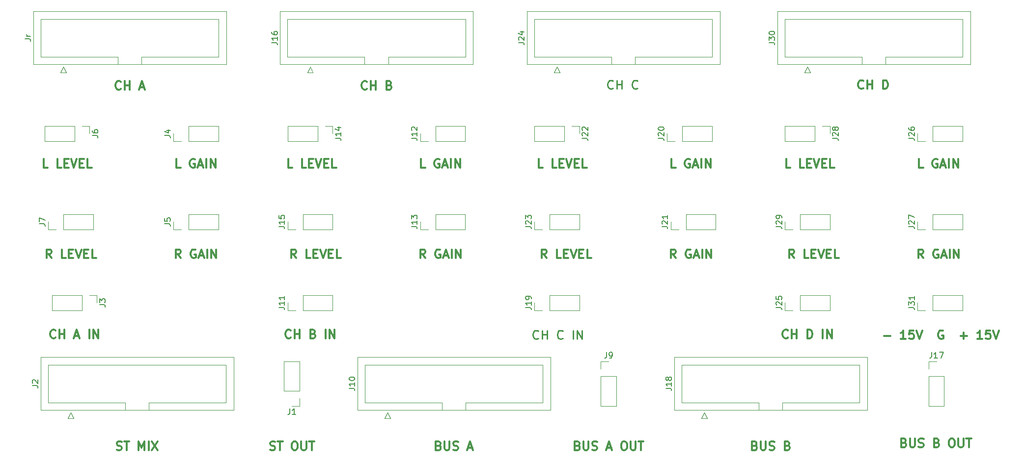
<source format=gbr>
%TF.GenerationSoftware,KiCad,Pcbnew,(5.1.9-0-10_14)*%
%TF.CreationDate,2021-05-08T08:44:35-07:00*%
%TF.ProjectId,io-board-milling,696f2d62-6f61-4726-942d-6d696c6c696e,rev?*%
%TF.SameCoordinates,PX3072580PY791ddc0*%
%TF.FileFunction,Legend,Top*%
%TF.FilePolarity,Positive*%
%FSLAX46Y46*%
G04 Gerber Fmt 4.6, Leading zero omitted, Abs format (unit mm)*
G04 Created by KiCad (PCBNEW (5.1.9-0-10_14)) date 2021-05-08 08:44:35*
%MOMM*%
%LPD*%
G01*
G04 APERTURE LIST*
%ADD10C,0.300000*%
%ADD11C,0.279400*%
%ADD12C,0.120000*%
%ADD13C,0.150000*%
G04 APERTURE END LIST*
D10*
X158274428Y19030143D02*
X158488714Y18958715D01*
X158560142Y18887286D01*
X158631571Y18744429D01*
X158631571Y18530143D01*
X158560142Y18387286D01*
X158488714Y18315858D01*
X158345857Y18244429D01*
X157774428Y18244429D01*
X157774428Y19744429D01*
X158274428Y19744429D01*
X158417285Y19673000D01*
X158488714Y19601572D01*
X158560142Y19458715D01*
X158560142Y19315858D01*
X158488714Y19173000D01*
X158417285Y19101572D01*
X158274428Y19030143D01*
X157774428Y19030143D01*
X159274428Y19744429D02*
X159274428Y18530143D01*
X159345857Y18387286D01*
X159417285Y18315858D01*
X159560142Y18244429D01*
X159845857Y18244429D01*
X159988714Y18315858D01*
X160060142Y18387286D01*
X160131571Y18530143D01*
X160131571Y19744429D01*
X160774428Y18315858D02*
X160988714Y18244429D01*
X161345857Y18244429D01*
X161488714Y18315858D01*
X161560142Y18387286D01*
X161631571Y18530143D01*
X161631571Y18673000D01*
X161560142Y18815858D01*
X161488714Y18887286D01*
X161345857Y18958715D01*
X161060142Y19030143D01*
X160917285Y19101572D01*
X160845857Y19173000D01*
X160774428Y19315858D01*
X160774428Y19458715D01*
X160845857Y19601572D01*
X160917285Y19673000D01*
X161060142Y19744429D01*
X161417285Y19744429D01*
X161631571Y19673000D01*
X163917285Y19030143D02*
X164131571Y18958715D01*
X164203000Y18887286D01*
X164274428Y18744429D01*
X164274428Y18530143D01*
X164203000Y18387286D01*
X164131571Y18315858D01*
X163988714Y18244429D01*
X163417285Y18244429D01*
X163417285Y19744429D01*
X163917285Y19744429D01*
X164060142Y19673000D01*
X164131571Y19601572D01*
X164203000Y19458715D01*
X164203000Y19315858D01*
X164131571Y19173000D01*
X164060142Y19101572D01*
X163917285Y19030143D01*
X163417285Y19030143D01*
X166345857Y19744429D02*
X166631571Y19744429D01*
X166774428Y19673000D01*
X166917285Y19530143D01*
X166988714Y19244429D01*
X166988714Y18744429D01*
X166917285Y18458715D01*
X166774428Y18315858D01*
X166631571Y18244429D01*
X166345857Y18244429D01*
X166203000Y18315858D01*
X166060142Y18458715D01*
X165988714Y18744429D01*
X165988714Y19244429D01*
X166060142Y19530143D01*
X166203000Y19673000D01*
X166345857Y19744429D01*
X167631571Y19744429D02*
X167631571Y18530143D01*
X167703000Y18387286D01*
X167774428Y18315858D01*
X167917285Y18244429D01*
X168203000Y18244429D01*
X168345857Y18315858D01*
X168417285Y18387286D01*
X168488714Y18530143D01*
X168488714Y19744429D01*
X168988714Y19744429D02*
X169845857Y19744429D01*
X169417285Y18244429D02*
X169417285Y19744429D01*
X138664571Y66504429D02*
X137950285Y66504429D01*
X137950285Y68004429D01*
X141021714Y66504429D02*
X140307428Y66504429D01*
X140307428Y68004429D01*
X141521714Y67290143D02*
X142021714Y67290143D01*
X142236000Y66504429D02*
X141521714Y66504429D01*
X141521714Y68004429D01*
X142236000Y68004429D01*
X142664571Y68004429D02*
X143164571Y66504429D01*
X143664571Y68004429D01*
X144164571Y67290143D02*
X144664571Y67290143D01*
X144878857Y66504429D02*
X144164571Y66504429D01*
X144164571Y68004429D01*
X144878857Y68004429D01*
X146236000Y66504429D02*
X145521714Y66504429D01*
X145521714Y68004429D01*
X139299571Y50883429D02*
X138799571Y51597715D01*
X138442428Y50883429D02*
X138442428Y52383429D01*
X139013857Y52383429D01*
X139156714Y52312000D01*
X139228142Y52240572D01*
X139299571Y52097715D01*
X139299571Y51883429D01*
X139228142Y51740572D01*
X139156714Y51669143D01*
X139013857Y51597715D01*
X138442428Y51597715D01*
X141799571Y50883429D02*
X141085285Y50883429D01*
X141085285Y52383429D01*
X142299571Y51669143D02*
X142799571Y51669143D01*
X143013857Y50883429D02*
X142299571Y50883429D01*
X142299571Y52383429D01*
X143013857Y52383429D01*
X143442428Y52383429D02*
X143942428Y50883429D01*
X144442428Y52383429D01*
X144942428Y51669143D02*
X145442428Y51669143D01*
X145656714Y50883429D02*
X144942428Y50883429D01*
X144942428Y52383429D01*
X145656714Y52383429D01*
X147013857Y50883429D02*
X146299571Y50883429D01*
X146299571Y52383429D01*
X161568142Y66504429D02*
X160853857Y66504429D01*
X160853857Y68004429D01*
X163996714Y67933000D02*
X163853857Y68004429D01*
X163639571Y68004429D01*
X163425285Y67933000D01*
X163282428Y67790143D01*
X163211000Y67647286D01*
X163139571Y67361572D01*
X163139571Y67147286D01*
X163211000Y66861572D01*
X163282428Y66718715D01*
X163425285Y66575858D01*
X163639571Y66504429D01*
X163782428Y66504429D01*
X163996714Y66575858D01*
X164068142Y66647286D01*
X164068142Y67147286D01*
X163782428Y67147286D01*
X164639571Y66933000D02*
X165353857Y66933000D01*
X164496714Y66504429D02*
X164996714Y68004429D01*
X165496714Y66504429D01*
X165996714Y66504429D02*
X165996714Y68004429D01*
X166711000Y66504429D02*
X166711000Y68004429D01*
X167568142Y66504429D01*
X167568142Y68004429D01*
X161568142Y50883429D02*
X161068142Y51597715D01*
X160711000Y50883429D02*
X160711000Y52383429D01*
X161282428Y52383429D01*
X161425285Y52312000D01*
X161496714Y52240572D01*
X161568142Y52097715D01*
X161568142Y51883429D01*
X161496714Y51740572D01*
X161425285Y51669143D01*
X161282428Y51597715D01*
X160711000Y51597715D01*
X164139571Y52312000D02*
X163996714Y52383429D01*
X163782428Y52383429D01*
X163568142Y52312000D01*
X163425285Y52169143D01*
X163353857Y52026286D01*
X163282428Y51740572D01*
X163282428Y51526286D01*
X163353857Y51240572D01*
X163425285Y51097715D01*
X163568142Y50954858D01*
X163782428Y50883429D01*
X163925285Y50883429D01*
X164139571Y50954858D01*
X164211000Y51026286D01*
X164211000Y51526286D01*
X163925285Y51526286D01*
X164782428Y51312000D02*
X165496714Y51312000D01*
X164639571Y50883429D02*
X165139571Y52383429D01*
X165639571Y50883429D01*
X166139571Y50883429D02*
X166139571Y52383429D01*
X166853857Y50883429D02*
X166853857Y52383429D01*
X167711000Y50883429D01*
X167711000Y52383429D01*
X95992571Y66504429D02*
X95278285Y66504429D01*
X95278285Y68004429D01*
X98349714Y66504429D02*
X97635428Y66504429D01*
X97635428Y68004429D01*
X98849714Y67290143D02*
X99349714Y67290143D01*
X99564000Y66504429D02*
X98849714Y66504429D01*
X98849714Y68004429D01*
X99564000Y68004429D01*
X99992571Y68004429D02*
X100492571Y66504429D01*
X100992571Y68004429D01*
X101492571Y67290143D02*
X101992571Y67290143D01*
X102206857Y66504429D02*
X101492571Y66504429D01*
X101492571Y68004429D01*
X102206857Y68004429D01*
X103564000Y66504429D02*
X102849714Y66504429D01*
X102849714Y68004429D01*
X96627571Y50883429D02*
X96127571Y51597715D01*
X95770428Y50883429D02*
X95770428Y52383429D01*
X96341857Y52383429D01*
X96484714Y52312000D01*
X96556142Y52240572D01*
X96627571Y52097715D01*
X96627571Y51883429D01*
X96556142Y51740572D01*
X96484714Y51669143D01*
X96341857Y51597715D01*
X95770428Y51597715D01*
X99127571Y50883429D02*
X98413285Y50883429D01*
X98413285Y52383429D01*
X99627571Y51669143D02*
X100127571Y51669143D01*
X100341857Y50883429D02*
X99627571Y50883429D01*
X99627571Y52383429D01*
X100341857Y52383429D01*
X100770428Y52383429D02*
X101270428Y50883429D01*
X101770428Y52383429D01*
X102270428Y51669143D02*
X102770428Y51669143D01*
X102984714Y50883429D02*
X102270428Y50883429D01*
X102270428Y52383429D01*
X102984714Y52383429D01*
X104341857Y50883429D02*
X103627571Y50883429D01*
X103627571Y52383429D01*
X118896142Y66504429D02*
X118181857Y66504429D01*
X118181857Y68004429D01*
X121324714Y67933000D02*
X121181857Y68004429D01*
X120967571Y68004429D01*
X120753285Y67933000D01*
X120610428Y67790143D01*
X120539000Y67647286D01*
X120467571Y67361572D01*
X120467571Y67147286D01*
X120539000Y66861572D01*
X120610428Y66718715D01*
X120753285Y66575858D01*
X120967571Y66504429D01*
X121110428Y66504429D01*
X121324714Y66575858D01*
X121396142Y66647286D01*
X121396142Y67147286D01*
X121110428Y67147286D01*
X121967571Y66933000D02*
X122681857Y66933000D01*
X121824714Y66504429D02*
X122324714Y68004429D01*
X122824714Y66504429D01*
X123324714Y66504429D02*
X123324714Y68004429D01*
X124039000Y66504429D02*
X124039000Y68004429D01*
X124896142Y66504429D01*
X124896142Y68004429D01*
X118896142Y50883429D02*
X118396142Y51597715D01*
X118039000Y50883429D02*
X118039000Y52383429D01*
X118610428Y52383429D01*
X118753285Y52312000D01*
X118824714Y52240572D01*
X118896142Y52097715D01*
X118896142Y51883429D01*
X118824714Y51740572D01*
X118753285Y51669143D01*
X118610428Y51597715D01*
X118039000Y51597715D01*
X121467571Y52312000D02*
X121324714Y52383429D01*
X121110428Y52383429D01*
X120896142Y52312000D01*
X120753285Y52169143D01*
X120681857Y52026286D01*
X120610428Y51740572D01*
X120610428Y51526286D01*
X120681857Y51240572D01*
X120753285Y51097715D01*
X120896142Y50954858D01*
X121110428Y50883429D01*
X121253285Y50883429D01*
X121467571Y50954858D01*
X121539000Y51026286D01*
X121539000Y51526286D01*
X121253285Y51526286D01*
X122110428Y51312000D02*
X122824714Y51312000D01*
X121967571Y50883429D02*
X122467571Y52383429D01*
X122967571Y50883429D01*
X123467571Y50883429D02*
X123467571Y52383429D01*
X124181857Y50883429D02*
X124181857Y52383429D01*
X125039000Y50883429D01*
X125039000Y52383429D01*
X52812571Y66504429D02*
X52098285Y66504429D01*
X52098285Y68004429D01*
X55169714Y66504429D02*
X54455428Y66504429D01*
X54455428Y68004429D01*
X55669714Y67290143D02*
X56169714Y67290143D01*
X56384000Y66504429D02*
X55669714Y66504429D01*
X55669714Y68004429D01*
X56384000Y68004429D01*
X56812571Y68004429D02*
X57312571Y66504429D01*
X57812571Y68004429D01*
X58312571Y67290143D02*
X58812571Y67290143D01*
X59026857Y66504429D02*
X58312571Y66504429D01*
X58312571Y68004429D01*
X59026857Y68004429D01*
X60384000Y66504429D02*
X59669714Y66504429D01*
X59669714Y68004429D01*
X53447571Y50883429D02*
X52947571Y51597715D01*
X52590428Y50883429D02*
X52590428Y52383429D01*
X53161857Y52383429D01*
X53304714Y52312000D01*
X53376142Y52240572D01*
X53447571Y52097715D01*
X53447571Y51883429D01*
X53376142Y51740572D01*
X53304714Y51669143D01*
X53161857Y51597715D01*
X52590428Y51597715D01*
X55947571Y50883429D02*
X55233285Y50883429D01*
X55233285Y52383429D01*
X56447571Y51669143D02*
X56947571Y51669143D01*
X57161857Y50883429D02*
X56447571Y50883429D01*
X56447571Y52383429D01*
X57161857Y52383429D01*
X57590428Y52383429D02*
X58090428Y50883429D01*
X58590428Y52383429D01*
X59090428Y51669143D02*
X59590428Y51669143D01*
X59804714Y50883429D02*
X59090428Y50883429D01*
X59090428Y52383429D01*
X59804714Y52383429D01*
X61161857Y50883429D02*
X60447571Y50883429D01*
X60447571Y52383429D01*
X75716142Y66504429D02*
X75001857Y66504429D01*
X75001857Y68004429D01*
X78144714Y67933000D02*
X78001857Y68004429D01*
X77787571Y68004429D01*
X77573285Y67933000D01*
X77430428Y67790143D01*
X77359000Y67647286D01*
X77287571Y67361572D01*
X77287571Y67147286D01*
X77359000Y66861572D01*
X77430428Y66718715D01*
X77573285Y66575858D01*
X77787571Y66504429D01*
X77930428Y66504429D01*
X78144714Y66575858D01*
X78216142Y66647286D01*
X78216142Y67147286D01*
X77930428Y67147286D01*
X78787571Y66933000D02*
X79501857Y66933000D01*
X78644714Y66504429D02*
X79144714Y68004429D01*
X79644714Y66504429D01*
X80144714Y66504429D02*
X80144714Y68004429D01*
X80859000Y66504429D02*
X80859000Y68004429D01*
X81716142Y66504429D01*
X81716142Y68004429D01*
X75716142Y50883429D02*
X75216142Y51597715D01*
X74859000Y50883429D02*
X74859000Y52383429D01*
X75430428Y52383429D01*
X75573285Y52312000D01*
X75644714Y52240572D01*
X75716142Y52097715D01*
X75716142Y51883429D01*
X75644714Y51740572D01*
X75573285Y51669143D01*
X75430428Y51597715D01*
X74859000Y51597715D01*
X78287571Y52312000D02*
X78144714Y52383429D01*
X77930428Y52383429D01*
X77716142Y52312000D01*
X77573285Y52169143D01*
X77501857Y52026286D01*
X77430428Y51740572D01*
X77430428Y51526286D01*
X77501857Y51240572D01*
X77573285Y51097715D01*
X77716142Y50954858D01*
X77930428Y50883429D01*
X78073285Y50883429D01*
X78287571Y50954858D01*
X78359000Y51026286D01*
X78359000Y51526286D01*
X78073285Y51526286D01*
X78930428Y51312000D02*
X79644714Y51312000D01*
X78787571Y50883429D02*
X79287571Y52383429D01*
X79787571Y50883429D01*
X80287571Y50883429D02*
X80287571Y52383429D01*
X81001857Y50883429D02*
X81001857Y52383429D01*
X81859000Y50883429D01*
X81859000Y52383429D01*
D11*
X95197990Y37056786D02*
X95126628Y36985424D01*
X94912542Y36914062D01*
X94769819Y36914062D01*
X94555733Y36985424D01*
X94413009Y37128148D01*
X94341647Y37270872D01*
X94270285Y37556320D01*
X94270285Y37770405D01*
X94341647Y38055853D01*
X94413009Y38198577D01*
X94555733Y38341300D01*
X94769819Y38412662D01*
X94912542Y38412662D01*
X95126628Y38341300D01*
X95197990Y38269939D01*
X95840247Y36914062D02*
X95840247Y38412662D01*
X95840247Y37699043D02*
X96696590Y37699043D01*
X96696590Y36914062D02*
X96696590Y38412662D01*
X99408342Y37056786D02*
X99336980Y36985424D01*
X99122895Y36914062D01*
X98980171Y36914062D01*
X98766085Y36985424D01*
X98623361Y37128148D01*
X98552000Y37270872D01*
X98480638Y37556320D01*
X98480638Y37770405D01*
X98552000Y38055853D01*
X98623361Y38198577D01*
X98766085Y38341300D01*
X98980171Y38412662D01*
X99122895Y38412662D01*
X99336980Y38341300D01*
X99408342Y38269939D01*
X101192390Y36914062D02*
X101192390Y38412662D01*
X101906009Y36914062D02*
X101906009Y38412662D01*
X102762352Y36914062D01*
X102762352Y38412662D01*
X108086676Y80236786D02*
X108015314Y80165424D01*
X107801228Y80094062D01*
X107658504Y80094062D01*
X107444419Y80165424D01*
X107301695Y80308148D01*
X107230333Y80450872D01*
X107158971Y80736320D01*
X107158971Y80950405D01*
X107230333Y81235853D01*
X107301695Y81378577D01*
X107444419Y81521300D01*
X107658504Y81592662D01*
X107801228Y81592662D01*
X108015314Y81521300D01*
X108086676Y81449939D01*
X108728933Y80094062D02*
X108728933Y81592662D01*
X108728933Y80879043D02*
X109585276Y80879043D01*
X109585276Y80094062D02*
X109585276Y81592662D01*
X112297028Y80236786D02*
X112225666Y80165424D01*
X112011580Y80094062D01*
X111868857Y80094062D01*
X111654771Y80165424D01*
X111512047Y80308148D01*
X111440685Y80450872D01*
X111369323Y80736320D01*
X111369323Y80950405D01*
X111440685Y81235853D01*
X111512047Y81378577D01*
X111654771Y81521300D01*
X111868857Y81592662D01*
X112011580Y81592662D01*
X112225666Y81521300D01*
X112297028Y81449939D01*
D10*
X154770571Y37484858D02*
X155913428Y37484858D01*
X158556285Y36913429D02*
X157699142Y36913429D01*
X158127714Y36913429D02*
X158127714Y38413429D01*
X157984857Y38199143D01*
X157842000Y38056286D01*
X157699142Y37984858D01*
X159913428Y38413429D02*
X159199142Y38413429D01*
X159127714Y37699143D01*
X159199142Y37770572D01*
X159342000Y37842000D01*
X159699142Y37842000D01*
X159842000Y37770572D01*
X159913428Y37699143D01*
X159984857Y37556286D01*
X159984857Y37199143D01*
X159913428Y37056286D01*
X159842000Y36984858D01*
X159699142Y36913429D01*
X159342000Y36913429D01*
X159199142Y36984858D01*
X159127714Y37056286D01*
X160413428Y38413429D02*
X160913428Y36913429D01*
X161413428Y38413429D01*
X164984857Y38342000D02*
X164842000Y38413429D01*
X164627714Y38413429D01*
X164413428Y38342000D01*
X164270571Y38199143D01*
X164199142Y38056286D01*
X164127714Y37770572D01*
X164127714Y37556286D01*
X164199142Y37270572D01*
X164270571Y37127715D01*
X164413428Y36984858D01*
X164627714Y36913429D01*
X164770571Y36913429D01*
X164984857Y36984858D01*
X165056285Y37056286D01*
X165056285Y37556286D01*
X164770571Y37556286D01*
X167984857Y37484858D02*
X169127714Y37484858D01*
X168556285Y36913429D02*
X168556285Y38056286D01*
X171770571Y36913429D02*
X170913428Y36913429D01*
X171342000Y36913429D02*
X171342000Y38413429D01*
X171199142Y38199143D01*
X171056285Y38056286D01*
X170913428Y37984858D01*
X173127714Y38413429D02*
X172413428Y38413429D01*
X172342000Y37699143D01*
X172413428Y37770572D01*
X172556285Y37842000D01*
X172913428Y37842000D01*
X173056285Y37770572D01*
X173127714Y37699143D01*
X173199142Y37556286D01*
X173199142Y37199143D01*
X173127714Y37056286D01*
X173056285Y36984858D01*
X172913428Y36913429D01*
X172556285Y36913429D01*
X172413428Y36984858D01*
X172342000Y37056286D01*
X173627714Y38413429D02*
X174127714Y36913429D01*
X174627714Y38413429D01*
X138247857Y37183286D02*
X138176428Y37111858D01*
X137962142Y37040429D01*
X137819285Y37040429D01*
X137605000Y37111858D01*
X137462142Y37254715D01*
X137390714Y37397572D01*
X137319285Y37683286D01*
X137319285Y37897572D01*
X137390714Y38183286D01*
X137462142Y38326143D01*
X137605000Y38469000D01*
X137819285Y38540429D01*
X137962142Y38540429D01*
X138176428Y38469000D01*
X138247857Y38397572D01*
X138890714Y37040429D02*
X138890714Y38540429D01*
X138890714Y37826143D02*
X139747857Y37826143D01*
X139747857Y37040429D02*
X139747857Y38540429D01*
X141605000Y37040429D02*
X141605000Y38540429D01*
X141962142Y38540429D01*
X142176428Y38469000D01*
X142319285Y38326143D01*
X142390714Y38183286D01*
X142462142Y37897572D01*
X142462142Y37683286D01*
X142390714Y37397572D01*
X142319285Y37254715D01*
X142176428Y37111858D01*
X141962142Y37040429D01*
X141605000Y37040429D01*
X144247857Y37040429D02*
X144247857Y38540429D01*
X144962142Y37040429D02*
X144962142Y38540429D01*
X145819285Y37040429D01*
X145819285Y38540429D01*
X132540714Y18522143D02*
X132755000Y18450715D01*
X132826428Y18379286D01*
X132897857Y18236429D01*
X132897857Y18022143D01*
X132826428Y17879286D01*
X132755000Y17807858D01*
X132612142Y17736429D01*
X132040714Y17736429D01*
X132040714Y19236429D01*
X132540714Y19236429D01*
X132683571Y19165000D01*
X132755000Y19093572D01*
X132826428Y18950715D01*
X132826428Y18807858D01*
X132755000Y18665000D01*
X132683571Y18593572D01*
X132540714Y18522143D01*
X132040714Y18522143D01*
X133540714Y19236429D02*
X133540714Y18022143D01*
X133612142Y17879286D01*
X133683571Y17807858D01*
X133826428Y17736429D01*
X134112142Y17736429D01*
X134255000Y17807858D01*
X134326428Y17879286D01*
X134397857Y18022143D01*
X134397857Y19236429D01*
X135040714Y17807858D02*
X135255000Y17736429D01*
X135612142Y17736429D01*
X135755000Y17807858D01*
X135826428Y17879286D01*
X135897857Y18022143D01*
X135897857Y18165000D01*
X135826428Y18307858D01*
X135755000Y18379286D01*
X135612142Y18450715D01*
X135326428Y18522143D01*
X135183571Y18593572D01*
X135112142Y18665000D01*
X135040714Y18807858D01*
X135040714Y18950715D01*
X135112142Y19093572D01*
X135183571Y19165000D01*
X135326428Y19236429D01*
X135683571Y19236429D01*
X135897857Y19165000D01*
X138183571Y18522143D02*
X138397857Y18450715D01*
X138469285Y18379286D01*
X138540714Y18236429D01*
X138540714Y18022143D01*
X138469285Y17879286D01*
X138397857Y17807858D01*
X138255000Y17736429D01*
X137683571Y17736429D01*
X137683571Y19236429D01*
X138183571Y19236429D01*
X138326428Y19165000D01*
X138397857Y19093572D01*
X138469285Y18950715D01*
X138469285Y18807858D01*
X138397857Y18665000D01*
X138326428Y18593572D01*
X138183571Y18522143D01*
X137683571Y18522143D01*
X48990714Y17807858D02*
X49205000Y17736429D01*
X49562142Y17736429D01*
X49705000Y17807858D01*
X49776428Y17879286D01*
X49847857Y18022143D01*
X49847857Y18165000D01*
X49776428Y18307858D01*
X49705000Y18379286D01*
X49562142Y18450715D01*
X49276428Y18522143D01*
X49133571Y18593572D01*
X49062142Y18665000D01*
X48990714Y18807858D01*
X48990714Y18950715D01*
X49062142Y19093572D01*
X49133571Y19165000D01*
X49276428Y19236429D01*
X49633571Y19236429D01*
X49847857Y19165000D01*
X50276428Y19236429D02*
X51133571Y19236429D01*
X50705000Y17736429D02*
X50705000Y19236429D01*
X53062142Y19236429D02*
X53347857Y19236429D01*
X53490714Y19165000D01*
X53633571Y19022143D01*
X53705000Y18736429D01*
X53705000Y18236429D01*
X53633571Y17950715D01*
X53490714Y17807858D01*
X53347857Y17736429D01*
X53062142Y17736429D01*
X52919285Y17807858D01*
X52776428Y17950715D01*
X52705000Y18236429D01*
X52705000Y18736429D01*
X52776428Y19022143D01*
X52919285Y19165000D01*
X53062142Y19236429D01*
X54347857Y19236429D02*
X54347857Y18022143D01*
X54419285Y17879286D01*
X54490714Y17807858D01*
X54633571Y17736429D01*
X54919285Y17736429D01*
X55062142Y17807858D01*
X55133571Y17879286D01*
X55205000Y18022143D01*
X55205000Y19236429D01*
X55705000Y19236429D02*
X56562142Y19236429D01*
X56133571Y17736429D02*
X56133571Y19236429D01*
X22535000Y17807858D02*
X22749285Y17736429D01*
X23106428Y17736429D01*
X23249285Y17807858D01*
X23320714Y17879286D01*
X23392142Y18022143D01*
X23392142Y18165000D01*
X23320714Y18307858D01*
X23249285Y18379286D01*
X23106428Y18450715D01*
X22820714Y18522143D01*
X22677857Y18593572D01*
X22606428Y18665000D01*
X22535000Y18807858D01*
X22535000Y18950715D01*
X22606428Y19093572D01*
X22677857Y19165000D01*
X22820714Y19236429D01*
X23177857Y19236429D01*
X23392142Y19165000D01*
X23820714Y19236429D02*
X24677857Y19236429D01*
X24249285Y17736429D02*
X24249285Y19236429D01*
X26320714Y17736429D02*
X26320714Y19236429D01*
X26820714Y18165000D01*
X27320714Y19236429D01*
X27320714Y17736429D01*
X28035000Y17736429D02*
X28035000Y19236429D01*
X28606428Y19236429D02*
X29606428Y17736429D01*
X29606428Y19236429D02*
X28606428Y17736429D01*
X101993571Y18522143D02*
X102207857Y18450715D01*
X102279285Y18379286D01*
X102350714Y18236429D01*
X102350714Y18022143D01*
X102279285Y17879286D01*
X102207857Y17807858D01*
X102065000Y17736429D01*
X101493571Y17736429D01*
X101493571Y19236429D01*
X101993571Y19236429D01*
X102136428Y19165000D01*
X102207857Y19093572D01*
X102279285Y18950715D01*
X102279285Y18807858D01*
X102207857Y18665000D01*
X102136428Y18593572D01*
X101993571Y18522143D01*
X101493571Y18522143D01*
X102993571Y19236429D02*
X102993571Y18022143D01*
X103065000Y17879286D01*
X103136428Y17807858D01*
X103279285Y17736429D01*
X103565000Y17736429D01*
X103707857Y17807858D01*
X103779285Y17879286D01*
X103850714Y18022143D01*
X103850714Y19236429D01*
X104493571Y17807858D02*
X104707857Y17736429D01*
X105065000Y17736429D01*
X105207857Y17807858D01*
X105279285Y17879286D01*
X105350714Y18022143D01*
X105350714Y18165000D01*
X105279285Y18307858D01*
X105207857Y18379286D01*
X105065000Y18450715D01*
X104779285Y18522143D01*
X104636428Y18593572D01*
X104565000Y18665000D01*
X104493571Y18807858D01*
X104493571Y18950715D01*
X104565000Y19093572D01*
X104636428Y19165000D01*
X104779285Y19236429D01*
X105136428Y19236429D01*
X105350714Y19165000D01*
X107065000Y18165000D02*
X107779285Y18165000D01*
X106922142Y17736429D02*
X107422142Y19236429D01*
X107922142Y17736429D01*
X109850714Y19236429D02*
X110136428Y19236429D01*
X110279285Y19165000D01*
X110422142Y19022143D01*
X110493571Y18736429D01*
X110493571Y18236429D01*
X110422142Y17950715D01*
X110279285Y17807858D01*
X110136428Y17736429D01*
X109850714Y17736429D01*
X109707857Y17807858D01*
X109565000Y17950715D01*
X109493571Y18236429D01*
X109493571Y18736429D01*
X109565000Y19022143D01*
X109707857Y19165000D01*
X109850714Y19236429D01*
X111136428Y19236429D02*
X111136428Y18022143D01*
X111207857Y17879286D01*
X111279285Y17807858D01*
X111422142Y17736429D01*
X111707857Y17736429D01*
X111850714Y17807858D01*
X111922142Y17879286D01*
X111993571Y18022143D01*
X111993571Y19236429D01*
X112493571Y19236429D02*
X113350714Y19236429D01*
X112922142Y17736429D02*
X112922142Y19236429D01*
X52522857Y37183286D02*
X52451428Y37111858D01*
X52237142Y37040429D01*
X52094285Y37040429D01*
X51880000Y37111858D01*
X51737142Y37254715D01*
X51665714Y37397572D01*
X51594285Y37683286D01*
X51594285Y37897572D01*
X51665714Y38183286D01*
X51737142Y38326143D01*
X51880000Y38469000D01*
X52094285Y38540429D01*
X52237142Y38540429D01*
X52451428Y38469000D01*
X52522857Y38397572D01*
X53165714Y37040429D02*
X53165714Y38540429D01*
X53165714Y37826143D02*
X54022857Y37826143D01*
X54022857Y37040429D02*
X54022857Y38540429D01*
X56380000Y37826143D02*
X56594285Y37754715D01*
X56665714Y37683286D01*
X56737142Y37540429D01*
X56737142Y37326143D01*
X56665714Y37183286D01*
X56594285Y37111858D01*
X56451428Y37040429D01*
X55880000Y37040429D01*
X55880000Y38540429D01*
X56380000Y38540429D01*
X56522857Y38469000D01*
X56594285Y38397572D01*
X56665714Y38254715D01*
X56665714Y38111858D01*
X56594285Y37969000D01*
X56522857Y37897572D01*
X56380000Y37826143D01*
X55880000Y37826143D01*
X58522857Y37040429D02*
X58522857Y38540429D01*
X59237142Y37040429D02*
X59237142Y38540429D01*
X60094285Y37040429D01*
X60094285Y38540429D01*
X11990000Y37183286D02*
X11918571Y37111858D01*
X11704285Y37040429D01*
X11561428Y37040429D01*
X11347142Y37111858D01*
X11204285Y37254715D01*
X11132857Y37397572D01*
X11061428Y37683286D01*
X11061428Y37897572D01*
X11132857Y38183286D01*
X11204285Y38326143D01*
X11347142Y38469000D01*
X11561428Y38540429D01*
X11704285Y38540429D01*
X11918571Y38469000D01*
X11990000Y38397572D01*
X12632857Y37040429D02*
X12632857Y38540429D01*
X12632857Y37826143D02*
X13490000Y37826143D01*
X13490000Y37040429D02*
X13490000Y38540429D01*
X15275714Y37469000D02*
X15990000Y37469000D01*
X15132857Y37040429D02*
X15632857Y38540429D01*
X16132857Y37040429D01*
X17775714Y37040429D02*
X17775714Y38540429D01*
X18490000Y37040429D02*
X18490000Y38540429D01*
X19347142Y37040429D01*
X19347142Y38540429D01*
X33552142Y50883429D02*
X33052142Y51597715D01*
X32695000Y50883429D02*
X32695000Y52383429D01*
X33266428Y52383429D01*
X33409285Y52312000D01*
X33480714Y52240572D01*
X33552142Y52097715D01*
X33552142Y51883429D01*
X33480714Y51740572D01*
X33409285Y51669143D01*
X33266428Y51597715D01*
X32695000Y51597715D01*
X36123571Y52312000D02*
X35980714Y52383429D01*
X35766428Y52383429D01*
X35552142Y52312000D01*
X35409285Y52169143D01*
X35337857Y52026286D01*
X35266428Y51740572D01*
X35266428Y51526286D01*
X35337857Y51240572D01*
X35409285Y51097715D01*
X35552142Y50954858D01*
X35766428Y50883429D01*
X35909285Y50883429D01*
X36123571Y50954858D01*
X36195000Y51026286D01*
X36195000Y51526286D01*
X35909285Y51526286D01*
X36766428Y51312000D02*
X37480714Y51312000D01*
X36623571Y50883429D02*
X37123571Y52383429D01*
X37623571Y50883429D01*
X38123571Y50883429D02*
X38123571Y52383429D01*
X38837857Y50883429D02*
X38837857Y52383429D01*
X39695000Y50883429D01*
X39695000Y52383429D01*
X33552142Y66504429D02*
X32837857Y66504429D01*
X32837857Y68004429D01*
X35980714Y67933000D02*
X35837857Y68004429D01*
X35623571Y68004429D01*
X35409285Y67933000D01*
X35266428Y67790143D01*
X35195000Y67647286D01*
X35123571Y67361572D01*
X35123571Y67147286D01*
X35195000Y66861572D01*
X35266428Y66718715D01*
X35409285Y66575858D01*
X35623571Y66504429D01*
X35766428Y66504429D01*
X35980714Y66575858D01*
X36052142Y66647286D01*
X36052142Y67147286D01*
X35766428Y67147286D01*
X36623571Y66933000D02*
X37337857Y66933000D01*
X36480714Y66504429D02*
X36980714Y68004429D01*
X37480714Y66504429D01*
X37980714Y66504429D02*
X37980714Y68004429D01*
X38695000Y66504429D02*
X38695000Y68004429D01*
X39552142Y66504429D01*
X39552142Y68004429D01*
X11283571Y50883429D02*
X10783571Y51597715D01*
X10426428Y50883429D02*
X10426428Y52383429D01*
X10997857Y52383429D01*
X11140714Y52312000D01*
X11212142Y52240572D01*
X11283571Y52097715D01*
X11283571Y51883429D01*
X11212142Y51740572D01*
X11140714Y51669143D01*
X10997857Y51597715D01*
X10426428Y51597715D01*
X13783571Y50883429D02*
X13069285Y50883429D01*
X13069285Y52383429D01*
X14283571Y51669143D02*
X14783571Y51669143D01*
X14997857Y50883429D02*
X14283571Y50883429D01*
X14283571Y52383429D01*
X14997857Y52383429D01*
X15426428Y52383429D02*
X15926428Y50883429D01*
X16426428Y52383429D01*
X16926428Y51669143D02*
X17426428Y51669143D01*
X17640714Y50883429D02*
X16926428Y50883429D01*
X16926428Y52383429D01*
X17640714Y52383429D01*
X18997857Y50883429D02*
X18283571Y50883429D01*
X18283571Y52383429D01*
X10648571Y66504429D02*
X9934285Y66504429D01*
X9934285Y68004429D01*
X13005714Y66504429D02*
X12291428Y66504429D01*
X12291428Y68004429D01*
X13505714Y67290143D02*
X14005714Y67290143D01*
X14220000Y66504429D02*
X13505714Y66504429D01*
X13505714Y68004429D01*
X14220000Y68004429D01*
X14648571Y68004429D02*
X15148571Y66504429D01*
X15648571Y68004429D01*
X16148571Y67290143D02*
X16648571Y67290143D01*
X16862857Y66504429D02*
X16148571Y66504429D01*
X16148571Y68004429D01*
X16862857Y68004429D01*
X18220000Y66504429D02*
X17505714Y66504429D01*
X17505714Y68004429D01*
X78037857Y18522143D02*
X78252142Y18450715D01*
X78323571Y18379286D01*
X78395000Y18236429D01*
X78395000Y18022143D01*
X78323571Y17879286D01*
X78252142Y17807858D01*
X78109285Y17736429D01*
X77537857Y17736429D01*
X77537857Y19236429D01*
X78037857Y19236429D01*
X78180714Y19165000D01*
X78252142Y19093572D01*
X78323571Y18950715D01*
X78323571Y18807858D01*
X78252142Y18665000D01*
X78180714Y18593572D01*
X78037857Y18522143D01*
X77537857Y18522143D01*
X79037857Y19236429D02*
X79037857Y18022143D01*
X79109285Y17879286D01*
X79180714Y17807858D01*
X79323571Y17736429D01*
X79609285Y17736429D01*
X79752142Y17807858D01*
X79823571Y17879286D01*
X79895000Y18022143D01*
X79895000Y19236429D01*
X80537857Y17807858D02*
X80752142Y17736429D01*
X81109285Y17736429D01*
X81252142Y17807858D01*
X81323571Y17879286D01*
X81395000Y18022143D01*
X81395000Y18165000D01*
X81323571Y18307858D01*
X81252142Y18379286D01*
X81109285Y18450715D01*
X80823571Y18522143D01*
X80680714Y18593572D01*
X80609285Y18665000D01*
X80537857Y18807858D01*
X80537857Y18950715D01*
X80609285Y19093572D01*
X80680714Y19165000D01*
X80823571Y19236429D01*
X81180714Y19236429D01*
X81395000Y19165000D01*
X83109285Y18165000D02*
X83823571Y18165000D01*
X82966428Y17736429D02*
X83466428Y19236429D01*
X83966428Y17736429D01*
X151265142Y80236286D02*
X151193714Y80164858D01*
X150979428Y80093429D01*
X150836571Y80093429D01*
X150622285Y80164858D01*
X150479428Y80307715D01*
X150408000Y80450572D01*
X150336571Y80736286D01*
X150336571Y80950572D01*
X150408000Y81236286D01*
X150479428Y81379143D01*
X150622285Y81522000D01*
X150836571Y81593429D01*
X150979428Y81593429D01*
X151193714Y81522000D01*
X151265142Y81450572D01*
X151908000Y80093429D02*
X151908000Y81593429D01*
X151908000Y80879143D02*
X152765142Y80879143D01*
X152765142Y80093429D02*
X152765142Y81593429D01*
X154622285Y80093429D02*
X154622285Y81593429D01*
X154979428Y81593429D01*
X155193714Y81522000D01*
X155336571Y81379143D01*
X155408000Y81236286D01*
X155479428Y80950572D01*
X155479428Y80736286D01*
X155408000Y80450572D01*
X155336571Y80307715D01*
X155193714Y80164858D01*
X154979428Y80093429D01*
X154622285Y80093429D01*
X65667142Y80109286D02*
X65595714Y80037858D01*
X65381428Y79966429D01*
X65238571Y79966429D01*
X65024285Y80037858D01*
X64881428Y80180715D01*
X64810000Y80323572D01*
X64738571Y80609286D01*
X64738571Y80823572D01*
X64810000Y81109286D01*
X64881428Y81252143D01*
X65024285Y81395000D01*
X65238571Y81466429D01*
X65381428Y81466429D01*
X65595714Y81395000D01*
X65667142Y81323572D01*
X66310000Y79966429D02*
X66310000Y81466429D01*
X66310000Y80752143D02*
X67167142Y80752143D01*
X67167142Y79966429D02*
X67167142Y81466429D01*
X69524285Y80752143D02*
X69738571Y80680715D01*
X69810000Y80609286D01*
X69881428Y80466429D01*
X69881428Y80252143D01*
X69810000Y80109286D01*
X69738571Y80037858D01*
X69595714Y79966429D01*
X69024285Y79966429D01*
X69024285Y81466429D01*
X69524285Y81466429D01*
X69667142Y81395000D01*
X69738571Y81323572D01*
X69810000Y81180715D01*
X69810000Y81037858D01*
X69738571Y80895000D01*
X69667142Y80823572D01*
X69524285Y80752143D01*
X69024285Y80752143D01*
X23229285Y80109286D02*
X23157857Y80037858D01*
X22943571Y79966429D01*
X22800714Y79966429D01*
X22586428Y80037858D01*
X22443571Y80180715D01*
X22372142Y80323572D01*
X22300714Y80609286D01*
X22300714Y80823572D01*
X22372142Y81109286D01*
X22443571Y81252143D01*
X22586428Y81395000D01*
X22800714Y81466429D01*
X22943571Y81466429D01*
X23157857Y81395000D01*
X23229285Y81323572D01*
X23872142Y79966429D02*
X23872142Y81466429D01*
X23872142Y80752143D02*
X24729285Y80752143D01*
X24729285Y79966429D02*
X24729285Y81466429D01*
X26515000Y80395000D02*
X27229285Y80395000D01*
X26372142Y79966429D02*
X26872142Y81466429D01*
X27372142Y79966429D01*
D12*
%TO.C,J19*%
X102295000Y41850000D02*
X102295000Y44510000D01*
X97155000Y41850000D02*
X102295000Y41850000D01*
X97155000Y44510000D02*
X102295000Y44510000D01*
X97155000Y41850000D02*
X97155000Y44510000D01*
X95885000Y41850000D02*
X94555000Y41850000D01*
X94555000Y41850000D02*
X94555000Y43180000D01*
%TO.C,J17*%
X162500000Y25340000D02*
X165160000Y25340000D01*
X162500000Y30480000D02*
X162500000Y25340000D01*
X165160000Y30480000D02*
X165160000Y25340000D01*
X162500000Y30480000D02*
X165160000Y30480000D01*
X162500000Y31750000D02*
X162500000Y33080000D01*
X162500000Y33080000D02*
X163830000Y33080000D01*
%TO.C,J18*%
X124325000Y23260000D02*
X123825000Y24260000D01*
X123325000Y23260000D02*
X124325000Y23260000D01*
X123825000Y24260000D02*
X123325000Y23260000D01*
X137305000Y25960000D02*
X137305000Y24650000D01*
X137305000Y25960000D02*
X137305000Y25960000D01*
X150595000Y25960000D02*
X137305000Y25960000D01*
X150595000Y32460000D02*
X150595000Y25960000D01*
X119915000Y32460000D02*
X150595000Y32460000D01*
X119915000Y25960000D02*
X119915000Y32460000D01*
X133205000Y25960000D02*
X119915000Y25960000D01*
X133205000Y24650000D02*
X133205000Y25960000D01*
X151895000Y24650000D02*
X118615000Y24650000D01*
X151895000Y33770000D02*
X151895000Y24650000D01*
X118615000Y33770000D02*
X151895000Y33770000D01*
X118615000Y24650000D02*
X118615000Y33770000D01*
%TO.C,J15*%
X59750000Y55820000D02*
X59750000Y58480000D01*
X54610000Y55820000D02*
X59750000Y55820000D01*
X54610000Y58480000D02*
X59750000Y58480000D01*
X54610000Y55820000D02*
X54610000Y58480000D01*
X53340000Y55820000D02*
X52010000Y55820000D01*
X52010000Y55820000D02*
X52010000Y57150000D01*
%TO.C,J13*%
X82610000Y55820000D02*
X82610000Y58480000D01*
X77470000Y55820000D02*
X82610000Y55820000D01*
X77470000Y58480000D02*
X82610000Y58480000D01*
X77470000Y55820000D02*
X77470000Y58480000D01*
X76200000Y55820000D02*
X74870000Y55820000D01*
X74870000Y55820000D02*
X74870000Y57150000D01*
%TO.C,J14*%
X52010000Y73720000D02*
X52010000Y71060000D01*
X57150000Y73720000D02*
X52010000Y73720000D01*
X57150000Y71060000D02*
X52010000Y71060000D01*
X57150000Y73720000D02*
X57150000Y71060000D01*
X58420000Y73720000D02*
X59750000Y73720000D01*
X59750000Y73720000D02*
X59750000Y72390000D01*
%TO.C,J12*%
X82610000Y71060000D02*
X82610000Y73720000D01*
X77470000Y71060000D02*
X82610000Y71060000D01*
X77470000Y73720000D02*
X82610000Y73720000D01*
X77470000Y71060000D02*
X77470000Y73720000D01*
X76200000Y71060000D02*
X74870000Y71060000D01*
X74870000Y71060000D02*
X74870000Y72390000D01*
%TO.C,J11*%
X59750000Y41850000D02*
X59750000Y44510000D01*
X54610000Y41850000D02*
X59750000Y41850000D01*
X54610000Y44510000D02*
X59750000Y44510000D01*
X54610000Y41850000D02*
X54610000Y44510000D01*
X53340000Y41850000D02*
X52010000Y41850000D01*
X52010000Y41850000D02*
X52010000Y43180000D01*
%TO.C,J9*%
X105985000Y25340000D02*
X108645000Y25340000D01*
X105985000Y30480000D02*
X105985000Y25340000D01*
X108645000Y30480000D02*
X108645000Y25340000D01*
X105985000Y30480000D02*
X108645000Y30480000D01*
X105985000Y31750000D02*
X105985000Y33080000D01*
X105985000Y33080000D02*
X107315000Y33080000D01*
%TO.C,J10*%
X69715000Y23260000D02*
X69215000Y24260000D01*
X68715000Y23260000D02*
X69715000Y23260000D01*
X69215000Y24260000D02*
X68715000Y23260000D01*
X82695000Y25960000D02*
X82695000Y24650000D01*
X82695000Y25960000D02*
X82695000Y25960000D01*
X95985000Y25960000D02*
X82695000Y25960000D01*
X95985000Y32460000D02*
X95985000Y25960000D01*
X65305000Y32460000D02*
X95985000Y32460000D01*
X65305000Y25960000D02*
X65305000Y32460000D01*
X78595000Y25960000D02*
X65305000Y25960000D01*
X78595000Y24650000D02*
X78595000Y25960000D01*
X97285000Y24650000D02*
X64005000Y24650000D01*
X97285000Y33770000D02*
X97285000Y24650000D01*
X64005000Y33770000D02*
X97285000Y33770000D01*
X64005000Y24650000D02*
X64005000Y33770000D01*
%TO.C,J7*%
X18475000Y55820000D02*
X18475000Y58480000D01*
X13335000Y55820000D02*
X18475000Y55820000D01*
X13335000Y58480000D02*
X18475000Y58480000D01*
X13335000Y55820000D02*
X13335000Y58480000D01*
X12065000Y55820000D02*
X10735000Y55820000D01*
X10735000Y55820000D02*
X10735000Y57150000D01*
%TO.C,J6*%
X10100000Y73720000D02*
X10100000Y71060000D01*
X15240000Y73720000D02*
X10100000Y73720000D01*
X15240000Y71060000D02*
X10100000Y71060000D01*
X15240000Y73720000D02*
X15240000Y71060000D01*
X16510000Y73720000D02*
X17840000Y73720000D01*
X17840000Y73720000D02*
X17840000Y72390000D01*
%TO.C,J5*%
X40065000Y55820000D02*
X40065000Y58480000D01*
X34925000Y55820000D02*
X40065000Y55820000D01*
X34925000Y58480000D02*
X40065000Y58480000D01*
X34925000Y55820000D02*
X34925000Y58480000D01*
X33655000Y55820000D02*
X32325000Y55820000D01*
X32325000Y55820000D02*
X32325000Y57150000D01*
%TO.C,J4*%
X40065000Y71060000D02*
X40065000Y73720000D01*
X34925000Y71060000D02*
X40065000Y71060000D01*
X34925000Y73720000D02*
X40065000Y73720000D01*
X34925000Y71060000D02*
X34925000Y73720000D01*
X33655000Y71060000D02*
X32325000Y71060000D01*
X32325000Y71060000D02*
X32325000Y72390000D01*
%TO.C,J3*%
X11370000Y44510000D02*
X11370000Y41850000D01*
X16510000Y44510000D02*
X11370000Y44510000D01*
X16510000Y41850000D02*
X11370000Y41850000D01*
X16510000Y44510000D02*
X16510000Y41850000D01*
X17780000Y44510000D02*
X19110000Y44510000D01*
X19110000Y44510000D02*
X19110000Y43180000D01*
%TO.C,J2*%
X15105000Y23260000D02*
X14605000Y24260000D01*
X14105000Y23260000D02*
X15105000Y23260000D01*
X14605000Y24260000D02*
X14105000Y23260000D01*
X28085000Y25960000D02*
X28085000Y24650000D01*
X28085000Y25960000D02*
X28085000Y25960000D01*
X41375000Y25960000D02*
X28085000Y25960000D01*
X41375000Y32460000D02*
X41375000Y25960000D01*
X10695000Y32460000D02*
X41375000Y32460000D01*
X10695000Y25960000D02*
X10695000Y32460000D01*
X23985000Y25960000D02*
X10695000Y25960000D01*
X23985000Y24650000D02*
X23985000Y25960000D01*
X42675000Y24650000D02*
X9395000Y24650000D01*
X42675000Y33770000D02*
X42675000Y24650000D01*
X9395000Y33770000D02*
X42675000Y33770000D01*
X9395000Y24650000D02*
X9395000Y33770000D01*
%TO.C,J16*%
X56380000Y82950000D02*
X55880000Y83950000D01*
X55380000Y82950000D02*
X56380000Y82950000D01*
X55880000Y83950000D02*
X55380000Y82950000D01*
X69360000Y85650000D02*
X69360000Y84340000D01*
X69360000Y85650000D02*
X69360000Y85650000D01*
X82650000Y85650000D02*
X69360000Y85650000D01*
X82650000Y92150000D02*
X82650000Y85650000D01*
X51970000Y92150000D02*
X82650000Y92150000D01*
X51970000Y85650000D02*
X51970000Y92150000D01*
X65260000Y85650000D02*
X51970000Y85650000D01*
X65260000Y84340000D02*
X65260000Y85650000D01*
X83950000Y84340000D02*
X50670000Y84340000D01*
X83950000Y93460000D02*
X83950000Y84340000D01*
X50670000Y93460000D02*
X83950000Y93460000D01*
X50670000Y84340000D02*
X50670000Y93460000D01*
%TO.C,Jr*%
X13835000Y82950000D02*
X13335000Y83950000D01*
X12835000Y82950000D02*
X13835000Y82950000D01*
X13335000Y83950000D02*
X12835000Y82950000D01*
X26815000Y85650000D02*
X26815000Y84340000D01*
X26815000Y85650000D02*
X26815000Y85650000D01*
X40105000Y85650000D02*
X26815000Y85650000D01*
X40105000Y92150000D02*
X40105000Y85650000D01*
X9425000Y92150000D02*
X40105000Y92150000D01*
X9425000Y85650000D02*
X9425000Y92150000D01*
X22715000Y85650000D02*
X9425000Y85650000D01*
X22715000Y84340000D02*
X22715000Y85650000D01*
X41405000Y84340000D02*
X8125000Y84340000D01*
X41405000Y93460000D02*
X41405000Y84340000D01*
X8125000Y93460000D02*
X41405000Y93460000D01*
X8125000Y84340000D02*
X8125000Y93460000D01*
%TO.C,J1*%
X54035000Y33080000D02*
X51375000Y33080000D01*
X54035000Y27940000D02*
X54035000Y33080000D01*
X51375000Y27940000D02*
X51375000Y33080000D01*
X54035000Y27940000D02*
X51375000Y27940000D01*
X54035000Y26670000D02*
X54035000Y25340000D01*
X54035000Y25340000D02*
X52705000Y25340000D01*
%TO.C,J20*%
X125155000Y71060000D02*
X125155000Y73720000D01*
X120015000Y71060000D02*
X125155000Y71060000D01*
X120015000Y73720000D02*
X125155000Y73720000D01*
X120015000Y71060000D02*
X120015000Y73720000D01*
X118745000Y71060000D02*
X117415000Y71060000D01*
X117415000Y71060000D02*
X117415000Y72390000D01*
%TO.C,J21*%
X125790000Y55820000D02*
X125790000Y58480000D01*
X120650000Y55820000D02*
X125790000Y55820000D01*
X120650000Y58480000D02*
X125790000Y58480000D01*
X120650000Y55820000D02*
X120650000Y58480000D01*
X119380000Y55820000D02*
X118050000Y55820000D01*
X118050000Y55820000D02*
X118050000Y57150000D01*
%TO.C,J22*%
X94555000Y73720000D02*
X94555000Y71060000D01*
X99695000Y73720000D02*
X94555000Y73720000D01*
X99695000Y71060000D02*
X94555000Y71060000D01*
X99695000Y73720000D02*
X99695000Y71060000D01*
X100965000Y73720000D02*
X102295000Y73720000D01*
X102295000Y73720000D02*
X102295000Y72390000D01*
%TO.C,J23*%
X102295000Y55820000D02*
X102295000Y58480000D01*
X97155000Y55820000D02*
X102295000Y55820000D01*
X97155000Y58480000D02*
X102295000Y58480000D01*
X97155000Y55820000D02*
X97155000Y58480000D01*
X95885000Y55820000D02*
X94555000Y55820000D01*
X94555000Y55820000D02*
X94555000Y57150000D01*
%TO.C,J24*%
X98925000Y82950000D02*
X98425000Y83950000D01*
X97925000Y82950000D02*
X98925000Y82950000D01*
X98425000Y83950000D02*
X97925000Y82950000D01*
X111905000Y85650000D02*
X111905000Y84340000D01*
X111905000Y85650000D02*
X111905000Y85650000D01*
X125195000Y85650000D02*
X111905000Y85650000D01*
X125195000Y92150000D02*
X125195000Y85650000D01*
X94515000Y92150000D02*
X125195000Y92150000D01*
X94515000Y85650000D02*
X94515000Y92150000D01*
X107805000Y85650000D02*
X94515000Y85650000D01*
X107805000Y84340000D02*
X107805000Y85650000D01*
X126495000Y84340000D02*
X93215000Y84340000D01*
X126495000Y93460000D02*
X126495000Y84340000D01*
X93215000Y93460000D02*
X126495000Y93460000D01*
X93215000Y84340000D02*
X93215000Y93460000D01*
%TO.C,J25*%
X145475000Y41850000D02*
X145475000Y44510000D01*
X140335000Y41850000D02*
X145475000Y41850000D01*
X140335000Y44510000D02*
X145475000Y44510000D01*
X140335000Y41850000D02*
X140335000Y44510000D01*
X139065000Y41850000D02*
X137735000Y41850000D01*
X137735000Y41850000D02*
X137735000Y43180000D01*
%TO.C,J26*%
X168335000Y71060000D02*
X168335000Y73720000D01*
X163195000Y71060000D02*
X168335000Y71060000D01*
X163195000Y73720000D02*
X168335000Y73720000D01*
X163195000Y71060000D02*
X163195000Y73720000D01*
X161925000Y71060000D02*
X160595000Y71060000D01*
X160595000Y71060000D02*
X160595000Y72390000D01*
%TO.C,J27*%
X168335000Y55820000D02*
X168335000Y58480000D01*
X163195000Y55820000D02*
X168335000Y55820000D01*
X163195000Y58480000D02*
X168335000Y58480000D01*
X163195000Y55820000D02*
X163195000Y58480000D01*
X161925000Y55820000D02*
X160595000Y55820000D01*
X160595000Y55820000D02*
X160595000Y57150000D01*
%TO.C,J28*%
X137735000Y73720000D02*
X137735000Y71060000D01*
X142875000Y73720000D02*
X137735000Y73720000D01*
X142875000Y71060000D02*
X137735000Y71060000D01*
X142875000Y73720000D02*
X142875000Y71060000D01*
X144145000Y73720000D02*
X145475000Y73720000D01*
X145475000Y73720000D02*
X145475000Y72390000D01*
%TO.C,J29*%
X145475000Y55820000D02*
X145475000Y58480000D01*
X140335000Y55820000D02*
X145475000Y55820000D01*
X140335000Y58480000D02*
X145475000Y58480000D01*
X140335000Y55820000D02*
X140335000Y58480000D01*
X139065000Y55820000D02*
X137735000Y55820000D01*
X137735000Y55820000D02*
X137735000Y57150000D01*
%TO.C,J30*%
X142105000Y82950000D02*
X141605000Y83950000D01*
X141105000Y82950000D02*
X142105000Y82950000D01*
X141605000Y83950000D02*
X141105000Y82950000D01*
X155085000Y85650000D02*
X155085000Y84340000D01*
X155085000Y85650000D02*
X155085000Y85650000D01*
X168375000Y85650000D02*
X155085000Y85650000D01*
X168375000Y92150000D02*
X168375000Y85650000D01*
X137695000Y92150000D02*
X168375000Y92150000D01*
X137695000Y85650000D02*
X137695000Y92150000D01*
X150985000Y85650000D02*
X137695000Y85650000D01*
X150985000Y84340000D02*
X150985000Y85650000D01*
X169675000Y84340000D02*
X136395000Y84340000D01*
X169675000Y93460000D02*
X169675000Y84340000D01*
X136395000Y93460000D02*
X169675000Y93460000D01*
X136395000Y84340000D02*
X136395000Y93460000D01*
%TO.C,J31*%
X168335000Y41850000D02*
X168335000Y44510000D01*
X163195000Y41850000D02*
X168335000Y41850000D01*
X163195000Y44510000D02*
X168335000Y44510000D01*
X163195000Y41850000D02*
X163195000Y44510000D01*
X161925000Y41850000D02*
X160595000Y41850000D01*
X160595000Y41850000D02*
X160595000Y43180000D01*
%TO.C,J19*%
D13*
X93007380Y42370477D02*
X93721666Y42370477D01*
X93864523Y42322858D01*
X93959761Y42227620D01*
X94007380Y42084762D01*
X94007380Y41989524D01*
X94007380Y43370477D02*
X94007380Y42799048D01*
X94007380Y43084762D02*
X93007380Y43084762D01*
X93150238Y42989524D01*
X93245476Y42894286D01*
X93293095Y42799048D01*
X94007380Y43846667D02*
X94007380Y44037143D01*
X93959761Y44132381D01*
X93912142Y44180000D01*
X93769285Y44275239D01*
X93578809Y44322858D01*
X93197857Y44322858D01*
X93102619Y44275239D01*
X93055000Y44227620D01*
X93007380Y44132381D01*
X93007380Y43941905D01*
X93055000Y43846667D01*
X93102619Y43799048D01*
X93197857Y43751429D01*
X93435952Y43751429D01*
X93531190Y43799048D01*
X93578809Y43846667D01*
X93626428Y43941905D01*
X93626428Y44132381D01*
X93578809Y44227620D01*
X93531190Y44275239D01*
X93435952Y44322858D01*
%TO.C,J17*%
X163020476Y34627620D02*
X163020476Y33913334D01*
X162972857Y33770477D01*
X162877619Y33675239D01*
X162734761Y33627620D01*
X162639523Y33627620D01*
X164020476Y33627620D02*
X163449047Y33627620D01*
X163734761Y33627620D02*
X163734761Y34627620D01*
X163639523Y34484762D01*
X163544285Y34389524D01*
X163449047Y34341905D01*
X164353809Y34627620D02*
X165020476Y34627620D01*
X164591904Y33627620D01*
%TO.C,J18*%
X117177380Y28400477D02*
X117891666Y28400477D01*
X118034523Y28352858D01*
X118129761Y28257620D01*
X118177380Y28114762D01*
X118177380Y28019524D01*
X118177380Y29400477D02*
X118177380Y28829048D01*
X118177380Y29114762D02*
X117177380Y29114762D01*
X117320238Y29019524D01*
X117415476Y28924286D01*
X117463095Y28829048D01*
X117605952Y29971905D02*
X117558333Y29876667D01*
X117510714Y29829048D01*
X117415476Y29781429D01*
X117367857Y29781429D01*
X117272619Y29829048D01*
X117225000Y29876667D01*
X117177380Y29971905D01*
X117177380Y30162381D01*
X117225000Y30257620D01*
X117272619Y30305239D01*
X117367857Y30352858D01*
X117415476Y30352858D01*
X117510714Y30305239D01*
X117558333Y30257620D01*
X117605952Y30162381D01*
X117605952Y29971905D01*
X117653571Y29876667D01*
X117701190Y29829048D01*
X117796428Y29781429D01*
X117986904Y29781429D01*
X118082142Y29829048D01*
X118129761Y29876667D01*
X118177380Y29971905D01*
X118177380Y30162381D01*
X118129761Y30257620D01*
X118082142Y30305239D01*
X117986904Y30352858D01*
X117796428Y30352858D01*
X117701190Y30305239D01*
X117653571Y30257620D01*
X117605952Y30162381D01*
%TO.C,J15*%
X50462380Y56340477D02*
X51176666Y56340477D01*
X51319523Y56292858D01*
X51414761Y56197620D01*
X51462380Y56054762D01*
X51462380Y55959524D01*
X51462380Y57340477D02*
X51462380Y56769048D01*
X51462380Y57054762D02*
X50462380Y57054762D01*
X50605238Y56959524D01*
X50700476Y56864286D01*
X50748095Y56769048D01*
X50462380Y58245239D02*
X50462380Y57769048D01*
X50938571Y57721429D01*
X50890952Y57769048D01*
X50843333Y57864286D01*
X50843333Y58102381D01*
X50890952Y58197620D01*
X50938571Y58245239D01*
X51033809Y58292858D01*
X51271904Y58292858D01*
X51367142Y58245239D01*
X51414761Y58197620D01*
X51462380Y58102381D01*
X51462380Y57864286D01*
X51414761Y57769048D01*
X51367142Y57721429D01*
%TO.C,J13*%
X73322380Y56340477D02*
X74036666Y56340477D01*
X74179523Y56292858D01*
X74274761Y56197620D01*
X74322380Y56054762D01*
X74322380Y55959524D01*
X74322380Y57340477D02*
X74322380Y56769048D01*
X74322380Y57054762D02*
X73322380Y57054762D01*
X73465238Y56959524D01*
X73560476Y56864286D01*
X73608095Y56769048D01*
X73322380Y57673810D02*
X73322380Y58292858D01*
X73703333Y57959524D01*
X73703333Y58102381D01*
X73750952Y58197620D01*
X73798571Y58245239D01*
X73893809Y58292858D01*
X74131904Y58292858D01*
X74227142Y58245239D01*
X74274761Y58197620D01*
X74322380Y58102381D01*
X74322380Y57816667D01*
X74274761Y57721429D01*
X74227142Y57673810D01*
%TO.C,J14*%
X60202380Y71580477D02*
X60916666Y71580477D01*
X61059523Y71532858D01*
X61154761Y71437620D01*
X61202380Y71294762D01*
X61202380Y71199524D01*
X61202380Y72580477D02*
X61202380Y72009048D01*
X61202380Y72294762D02*
X60202380Y72294762D01*
X60345238Y72199524D01*
X60440476Y72104286D01*
X60488095Y72009048D01*
X60535714Y73437620D02*
X61202380Y73437620D01*
X60154761Y73199524D02*
X60869047Y72961429D01*
X60869047Y73580477D01*
%TO.C,J12*%
X73322380Y71580477D02*
X74036666Y71580477D01*
X74179523Y71532858D01*
X74274761Y71437620D01*
X74322380Y71294762D01*
X74322380Y71199524D01*
X74322380Y72580477D02*
X74322380Y72009048D01*
X74322380Y72294762D02*
X73322380Y72294762D01*
X73465238Y72199524D01*
X73560476Y72104286D01*
X73608095Y72009048D01*
X73417619Y72961429D02*
X73370000Y73009048D01*
X73322380Y73104286D01*
X73322380Y73342381D01*
X73370000Y73437620D01*
X73417619Y73485239D01*
X73512857Y73532858D01*
X73608095Y73532858D01*
X73750952Y73485239D01*
X74322380Y72913810D01*
X74322380Y73532858D01*
%TO.C,J11*%
X50462380Y42370477D02*
X51176666Y42370477D01*
X51319523Y42322858D01*
X51414761Y42227620D01*
X51462380Y42084762D01*
X51462380Y41989524D01*
X51462380Y43370477D02*
X51462380Y42799048D01*
X51462380Y43084762D02*
X50462380Y43084762D01*
X50605238Y42989524D01*
X50700476Y42894286D01*
X50748095Y42799048D01*
X51462380Y44322858D02*
X51462380Y43751429D01*
X51462380Y44037143D02*
X50462380Y44037143D01*
X50605238Y43941905D01*
X50700476Y43846667D01*
X50748095Y43751429D01*
%TO.C,J9*%
X106981666Y34627620D02*
X106981666Y33913334D01*
X106934047Y33770477D01*
X106838809Y33675239D01*
X106695952Y33627620D01*
X106600714Y33627620D01*
X107505476Y33627620D02*
X107695952Y33627620D01*
X107791190Y33675239D01*
X107838809Y33722858D01*
X107934047Y33865715D01*
X107981666Y34056191D01*
X107981666Y34437143D01*
X107934047Y34532381D01*
X107886428Y34580000D01*
X107791190Y34627620D01*
X107600714Y34627620D01*
X107505476Y34580000D01*
X107457857Y34532381D01*
X107410238Y34437143D01*
X107410238Y34199048D01*
X107457857Y34103810D01*
X107505476Y34056191D01*
X107600714Y34008572D01*
X107791190Y34008572D01*
X107886428Y34056191D01*
X107934047Y34103810D01*
X107981666Y34199048D01*
%TO.C,J10*%
X62567380Y28400477D02*
X63281666Y28400477D01*
X63424523Y28352858D01*
X63519761Y28257620D01*
X63567380Y28114762D01*
X63567380Y28019524D01*
X63567380Y29400477D02*
X63567380Y28829048D01*
X63567380Y29114762D02*
X62567380Y29114762D01*
X62710238Y29019524D01*
X62805476Y28924286D01*
X62853095Y28829048D01*
X62567380Y30019524D02*
X62567380Y30114762D01*
X62615000Y30210000D01*
X62662619Y30257620D01*
X62757857Y30305239D01*
X62948333Y30352858D01*
X63186428Y30352858D01*
X63376904Y30305239D01*
X63472142Y30257620D01*
X63519761Y30210000D01*
X63567380Y30114762D01*
X63567380Y30019524D01*
X63519761Y29924286D01*
X63472142Y29876667D01*
X63376904Y29829048D01*
X63186428Y29781429D01*
X62948333Y29781429D01*
X62757857Y29829048D01*
X62662619Y29876667D01*
X62615000Y29924286D01*
X62567380Y30019524D01*
%TO.C,J7*%
X9187380Y56816667D02*
X9901666Y56816667D01*
X10044523Y56769048D01*
X10139761Y56673810D01*
X10187380Y56530953D01*
X10187380Y56435715D01*
X9187380Y57197620D02*
X9187380Y57864286D01*
X10187380Y57435715D01*
%TO.C,J6*%
X18292380Y72056667D02*
X19006666Y72056667D01*
X19149523Y72009048D01*
X19244761Y71913810D01*
X19292380Y71770953D01*
X19292380Y71675715D01*
X18292380Y72961429D02*
X18292380Y72770953D01*
X18340000Y72675715D01*
X18387619Y72628096D01*
X18530476Y72532858D01*
X18720952Y72485239D01*
X19101904Y72485239D01*
X19197142Y72532858D01*
X19244761Y72580477D01*
X19292380Y72675715D01*
X19292380Y72866191D01*
X19244761Y72961429D01*
X19197142Y73009048D01*
X19101904Y73056667D01*
X18863809Y73056667D01*
X18768571Y73009048D01*
X18720952Y72961429D01*
X18673333Y72866191D01*
X18673333Y72675715D01*
X18720952Y72580477D01*
X18768571Y72532858D01*
X18863809Y72485239D01*
%TO.C,J5*%
X30777380Y56816667D02*
X31491666Y56816667D01*
X31634523Y56769048D01*
X31729761Y56673810D01*
X31777380Y56530953D01*
X31777380Y56435715D01*
X30777380Y57769048D02*
X30777380Y57292858D01*
X31253571Y57245239D01*
X31205952Y57292858D01*
X31158333Y57388096D01*
X31158333Y57626191D01*
X31205952Y57721429D01*
X31253571Y57769048D01*
X31348809Y57816667D01*
X31586904Y57816667D01*
X31682142Y57769048D01*
X31729761Y57721429D01*
X31777380Y57626191D01*
X31777380Y57388096D01*
X31729761Y57292858D01*
X31682142Y57245239D01*
%TO.C,J4*%
X30777380Y72056667D02*
X31491666Y72056667D01*
X31634523Y72009048D01*
X31729761Y71913810D01*
X31777380Y71770953D01*
X31777380Y71675715D01*
X31110714Y72961429D02*
X31777380Y72961429D01*
X30729761Y72723334D02*
X31444047Y72485239D01*
X31444047Y73104286D01*
%TO.C,J3*%
X19562380Y42846667D02*
X20276666Y42846667D01*
X20419523Y42799048D01*
X20514761Y42703810D01*
X20562380Y42560953D01*
X20562380Y42465715D01*
X19562380Y43227620D02*
X19562380Y43846667D01*
X19943333Y43513334D01*
X19943333Y43656191D01*
X19990952Y43751429D01*
X20038571Y43799048D01*
X20133809Y43846667D01*
X20371904Y43846667D01*
X20467142Y43799048D01*
X20514761Y43751429D01*
X20562380Y43656191D01*
X20562380Y43370477D01*
X20514761Y43275239D01*
X20467142Y43227620D01*
%TO.C,J2*%
X7957380Y28876667D02*
X8671666Y28876667D01*
X8814523Y28829048D01*
X8909761Y28733810D01*
X8957380Y28590953D01*
X8957380Y28495715D01*
X8052619Y29305239D02*
X8005000Y29352858D01*
X7957380Y29448096D01*
X7957380Y29686191D01*
X8005000Y29781429D01*
X8052619Y29829048D01*
X8147857Y29876667D01*
X8243095Y29876667D01*
X8385952Y29829048D01*
X8957380Y29257620D01*
X8957380Y29876667D01*
%TO.C,J16*%
X49232380Y88090477D02*
X49946666Y88090477D01*
X50089523Y88042858D01*
X50184761Y87947620D01*
X50232380Y87804762D01*
X50232380Y87709524D01*
X50232380Y89090477D02*
X50232380Y88519048D01*
X50232380Y88804762D02*
X49232380Y88804762D01*
X49375238Y88709524D01*
X49470476Y88614286D01*
X49518095Y88519048D01*
X49232380Y89947620D02*
X49232380Y89757143D01*
X49280000Y89661905D01*
X49327619Y89614286D01*
X49470476Y89519048D01*
X49660952Y89471429D01*
X50041904Y89471429D01*
X50137142Y89519048D01*
X50184761Y89566667D01*
X50232380Y89661905D01*
X50232380Y89852381D01*
X50184761Y89947620D01*
X50137142Y89995239D01*
X50041904Y90042858D01*
X49803809Y90042858D01*
X49708571Y89995239D01*
X49660952Y89947620D01*
X49613333Y89852381D01*
X49613333Y89661905D01*
X49660952Y89566667D01*
X49708571Y89519048D01*
X49803809Y89471429D01*
%TO.C,Jr*%
X6687380Y88733334D02*
X7401666Y88733334D01*
X7544523Y88685715D01*
X7639761Y88590477D01*
X7687380Y88447620D01*
X7687380Y88352381D01*
X7687380Y89209524D02*
X7020714Y89209524D01*
X7211190Y89209524D02*
X7115952Y89257143D01*
X7068333Y89304762D01*
X7020714Y89400000D01*
X7020714Y89495239D01*
%TO.C,J1*%
X52371666Y24887620D02*
X52371666Y24173334D01*
X52324047Y24030477D01*
X52228809Y23935239D01*
X52085952Y23887620D01*
X51990714Y23887620D01*
X53371666Y23887620D02*
X52800238Y23887620D01*
X53085952Y23887620D02*
X53085952Y24887620D01*
X52990714Y24744762D01*
X52895476Y24649524D01*
X52800238Y24601905D01*
%TO.C,J20*%
X115867380Y71580477D02*
X116581666Y71580477D01*
X116724523Y71532858D01*
X116819761Y71437620D01*
X116867380Y71294762D01*
X116867380Y71199524D01*
X115962619Y72009048D02*
X115915000Y72056667D01*
X115867380Y72151905D01*
X115867380Y72390000D01*
X115915000Y72485239D01*
X115962619Y72532858D01*
X116057857Y72580477D01*
X116153095Y72580477D01*
X116295952Y72532858D01*
X116867380Y71961429D01*
X116867380Y72580477D01*
X115867380Y73199524D02*
X115867380Y73294762D01*
X115915000Y73390000D01*
X115962619Y73437620D01*
X116057857Y73485239D01*
X116248333Y73532858D01*
X116486428Y73532858D01*
X116676904Y73485239D01*
X116772142Y73437620D01*
X116819761Y73390000D01*
X116867380Y73294762D01*
X116867380Y73199524D01*
X116819761Y73104286D01*
X116772142Y73056667D01*
X116676904Y73009048D01*
X116486428Y72961429D01*
X116248333Y72961429D01*
X116057857Y73009048D01*
X115962619Y73056667D01*
X115915000Y73104286D01*
X115867380Y73199524D01*
%TO.C,J21*%
X116502380Y56340477D02*
X117216666Y56340477D01*
X117359523Y56292858D01*
X117454761Y56197620D01*
X117502380Y56054762D01*
X117502380Y55959524D01*
X116597619Y56769048D02*
X116550000Y56816667D01*
X116502380Y56911905D01*
X116502380Y57150000D01*
X116550000Y57245239D01*
X116597619Y57292858D01*
X116692857Y57340477D01*
X116788095Y57340477D01*
X116930952Y57292858D01*
X117502380Y56721429D01*
X117502380Y57340477D01*
X117502380Y58292858D02*
X117502380Y57721429D01*
X117502380Y58007143D02*
X116502380Y58007143D01*
X116645238Y57911905D01*
X116740476Y57816667D01*
X116788095Y57721429D01*
%TO.C,J22*%
X102747380Y71580477D02*
X103461666Y71580477D01*
X103604523Y71532858D01*
X103699761Y71437620D01*
X103747380Y71294762D01*
X103747380Y71199524D01*
X102842619Y72009048D02*
X102795000Y72056667D01*
X102747380Y72151905D01*
X102747380Y72390000D01*
X102795000Y72485239D01*
X102842619Y72532858D01*
X102937857Y72580477D01*
X103033095Y72580477D01*
X103175952Y72532858D01*
X103747380Y71961429D01*
X103747380Y72580477D01*
X102842619Y72961429D02*
X102795000Y73009048D01*
X102747380Y73104286D01*
X102747380Y73342381D01*
X102795000Y73437620D01*
X102842619Y73485239D01*
X102937857Y73532858D01*
X103033095Y73532858D01*
X103175952Y73485239D01*
X103747380Y72913810D01*
X103747380Y73532858D01*
%TO.C,J23*%
X93007380Y56340477D02*
X93721666Y56340477D01*
X93864523Y56292858D01*
X93959761Y56197620D01*
X94007380Y56054762D01*
X94007380Y55959524D01*
X93102619Y56769048D02*
X93055000Y56816667D01*
X93007380Y56911905D01*
X93007380Y57150000D01*
X93055000Y57245239D01*
X93102619Y57292858D01*
X93197857Y57340477D01*
X93293095Y57340477D01*
X93435952Y57292858D01*
X94007380Y56721429D01*
X94007380Y57340477D01*
X93007380Y57673810D02*
X93007380Y58292858D01*
X93388333Y57959524D01*
X93388333Y58102381D01*
X93435952Y58197620D01*
X93483571Y58245239D01*
X93578809Y58292858D01*
X93816904Y58292858D01*
X93912142Y58245239D01*
X93959761Y58197620D01*
X94007380Y58102381D01*
X94007380Y57816667D01*
X93959761Y57721429D01*
X93912142Y57673810D01*
%TO.C,J24*%
X91777380Y88090477D02*
X92491666Y88090477D01*
X92634523Y88042858D01*
X92729761Y87947620D01*
X92777380Y87804762D01*
X92777380Y87709524D01*
X91872619Y88519048D02*
X91825000Y88566667D01*
X91777380Y88661905D01*
X91777380Y88900000D01*
X91825000Y88995239D01*
X91872619Y89042858D01*
X91967857Y89090477D01*
X92063095Y89090477D01*
X92205952Y89042858D01*
X92777380Y88471429D01*
X92777380Y89090477D01*
X92110714Y89947620D02*
X92777380Y89947620D01*
X91729761Y89709524D02*
X92444047Y89471429D01*
X92444047Y90090477D01*
%TO.C,J25*%
X136187380Y42370477D02*
X136901666Y42370477D01*
X137044523Y42322858D01*
X137139761Y42227620D01*
X137187380Y42084762D01*
X137187380Y41989524D01*
X136282619Y42799048D02*
X136235000Y42846667D01*
X136187380Y42941905D01*
X136187380Y43180000D01*
X136235000Y43275239D01*
X136282619Y43322858D01*
X136377857Y43370477D01*
X136473095Y43370477D01*
X136615952Y43322858D01*
X137187380Y42751429D01*
X137187380Y43370477D01*
X136187380Y44275239D02*
X136187380Y43799048D01*
X136663571Y43751429D01*
X136615952Y43799048D01*
X136568333Y43894286D01*
X136568333Y44132381D01*
X136615952Y44227620D01*
X136663571Y44275239D01*
X136758809Y44322858D01*
X136996904Y44322858D01*
X137092142Y44275239D01*
X137139761Y44227620D01*
X137187380Y44132381D01*
X137187380Y43894286D01*
X137139761Y43799048D01*
X137092142Y43751429D01*
%TO.C,J26*%
X159047380Y71580477D02*
X159761666Y71580477D01*
X159904523Y71532858D01*
X159999761Y71437620D01*
X160047380Y71294762D01*
X160047380Y71199524D01*
X159142619Y72009048D02*
X159095000Y72056667D01*
X159047380Y72151905D01*
X159047380Y72390000D01*
X159095000Y72485239D01*
X159142619Y72532858D01*
X159237857Y72580477D01*
X159333095Y72580477D01*
X159475952Y72532858D01*
X160047380Y71961429D01*
X160047380Y72580477D01*
X159047380Y73437620D02*
X159047380Y73247143D01*
X159095000Y73151905D01*
X159142619Y73104286D01*
X159285476Y73009048D01*
X159475952Y72961429D01*
X159856904Y72961429D01*
X159952142Y73009048D01*
X159999761Y73056667D01*
X160047380Y73151905D01*
X160047380Y73342381D01*
X159999761Y73437620D01*
X159952142Y73485239D01*
X159856904Y73532858D01*
X159618809Y73532858D01*
X159523571Y73485239D01*
X159475952Y73437620D01*
X159428333Y73342381D01*
X159428333Y73151905D01*
X159475952Y73056667D01*
X159523571Y73009048D01*
X159618809Y72961429D01*
%TO.C,J27*%
X159047380Y56340477D02*
X159761666Y56340477D01*
X159904523Y56292858D01*
X159999761Y56197620D01*
X160047380Y56054762D01*
X160047380Y55959524D01*
X159142619Y56769048D02*
X159095000Y56816667D01*
X159047380Y56911905D01*
X159047380Y57150000D01*
X159095000Y57245239D01*
X159142619Y57292858D01*
X159237857Y57340477D01*
X159333095Y57340477D01*
X159475952Y57292858D01*
X160047380Y56721429D01*
X160047380Y57340477D01*
X159047380Y57673810D02*
X159047380Y58340477D01*
X160047380Y57911905D01*
%TO.C,J28*%
X145927380Y71580477D02*
X146641666Y71580477D01*
X146784523Y71532858D01*
X146879761Y71437620D01*
X146927380Y71294762D01*
X146927380Y71199524D01*
X146022619Y72009048D02*
X145975000Y72056667D01*
X145927380Y72151905D01*
X145927380Y72390000D01*
X145975000Y72485239D01*
X146022619Y72532858D01*
X146117857Y72580477D01*
X146213095Y72580477D01*
X146355952Y72532858D01*
X146927380Y71961429D01*
X146927380Y72580477D01*
X146355952Y73151905D02*
X146308333Y73056667D01*
X146260714Y73009048D01*
X146165476Y72961429D01*
X146117857Y72961429D01*
X146022619Y73009048D01*
X145975000Y73056667D01*
X145927380Y73151905D01*
X145927380Y73342381D01*
X145975000Y73437620D01*
X146022619Y73485239D01*
X146117857Y73532858D01*
X146165476Y73532858D01*
X146260714Y73485239D01*
X146308333Y73437620D01*
X146355952Y73342381D01*
X146355952Y73151905D01*
X146403571Y73056667D01*
X146451190Y73009048D01*
X146546428Y72961429D01*
X146736904Y72961429D01*
X146832142Y73009048D01*
X146879761Y73056667D01*
X146927380Y73151905D01*
X146927380Y73342381D01*
X146879761Y73437620D01*
X146832142Y73485239D01*
X146736904Y73532858D01*
X146546428Y73532858D01*
X146451190Y73485239D01*
X146403571Y73437620D01*
X146355952Y73342381D01*
%TO.C,J29*%
X136187380Y56340477D02*
X136901666Y56340477D01*
X137044523Y56292858D01*
X137139761Y56197620D01*
X137187380Y56054762D01*
X137187380Y55959524D01*
X136282619Y56769048D02*
X136235000Y56816667D01*
X136187380Y56911905D01*
X136187380Y57150000D01*
X136235000Y57245239D01*
X136282619Y57292858D01*
X136377857Y57340477D01*
X136473095Y57340477D01*
X136615952Y57292858D01*
X137187380Y56721429D01*
X137187380Y57340477D01*
X137187380Y57816667D02*
X137187380Y58007143D01*
X137139761Y58102381D01*
X137092142Y58150000D01*
X136949285Y58245239D01*
X136758809Y58292858D01*
X136377857Y58292858D01*
X136282619Y58245239D01*
X136235000Y58197620D01*
X136187380Y58102381D01*
X136187380Y57911905D01*
X136235000Y57816667D01*
X136282619Y57769048D01*
X136377857Y57721429D01*
X136615952Y57721429D01*
X136711190Y57769048D01*
X136758809Y57816667D01*
X136806428Y57911905D01*
X136806428Y58102381D01*
X136758809Y58197620D01*
X136711190Y58245239D01*
X136615952Y58292858D01*
%TO.C,J30*%
X134957380Y88090477D02*
X135671666Y88090477D01*
X135814523Y88042858D01*
X135909761Y87947620D01*
X135957380Y87804762D01*
X135957380Y87709524D01*
X134957380Y88471429D02*
X134957380Y89090477D01*
X135338333Y88757143D01*
X135338333Y88900000D01*
X135385952Y88995239D01*
X135433571Y89042858D01*
X135528809Y89090477D01*
X135766904Y89090477D01*
X135862142Y89042858D01*
X135909761Y88995239D01*
X135957380Y88900000D01*
X135957380Y88614286D01*
X135909761Y88519048D01*
X135862142Y88471429D01*
X134957380Y89709524D02*
X134957380Y89804762D01*
X135005000Y89900000D01*
X135052619Y89947620D01*
X135147857Y89995239D01*
X135338333Y90042858D01*
X135576428Y90042858D01*
X135766904Y89995239D01*
X135862142Y89947620D01*
X135909761Y89900000D01*
X135957380Y89804762D01*
X135957380Y89709524D01*
X135909761Y89614286D01*
X135862142Y89566667D01*
X135766904Y89519048D01*
X135576428Y89471429D01*
X135338333Y89471429D01*
X135147857Y89519048D01*
X135052619Y89566667D01*
X135005000Y89614286D01*
X134957380Y89709524D01*
%TO.C,J31*%
X159047380Y42370477D02*
X159761666Y42370477D01*
X159904523Y42322858D01*
X159999761Y42227620D01*
X160047380Y42084762D01*
X160047380Y41989524D01*
X159047380Y42751429D02*
X159047380Y43370477D01*
X159428333Y43037143D01*
X159428333Y43180000D01*
X159475952Y43275239D01*
X159523571Y43322858D01*
X159618809Y43370477D01*
X159856904Y43370477D01*
X159952142Y43322858D01*
X159999761Y43275239D01*
X160047380Y43180000D01*
X160047380Y42894286D01*
X159999761Y42799048D01*
X159952142Y42751429D01*
X160047380Y44322858D02*
X160047380Y43751429D01*
X160047380Y44037143D02*
X159047380Y44037143D01*
X159190238Y43941905D01*
X159285476Y43846667D01*
X159333095Y43751429D01*
%TD*%
M02*

</source>
